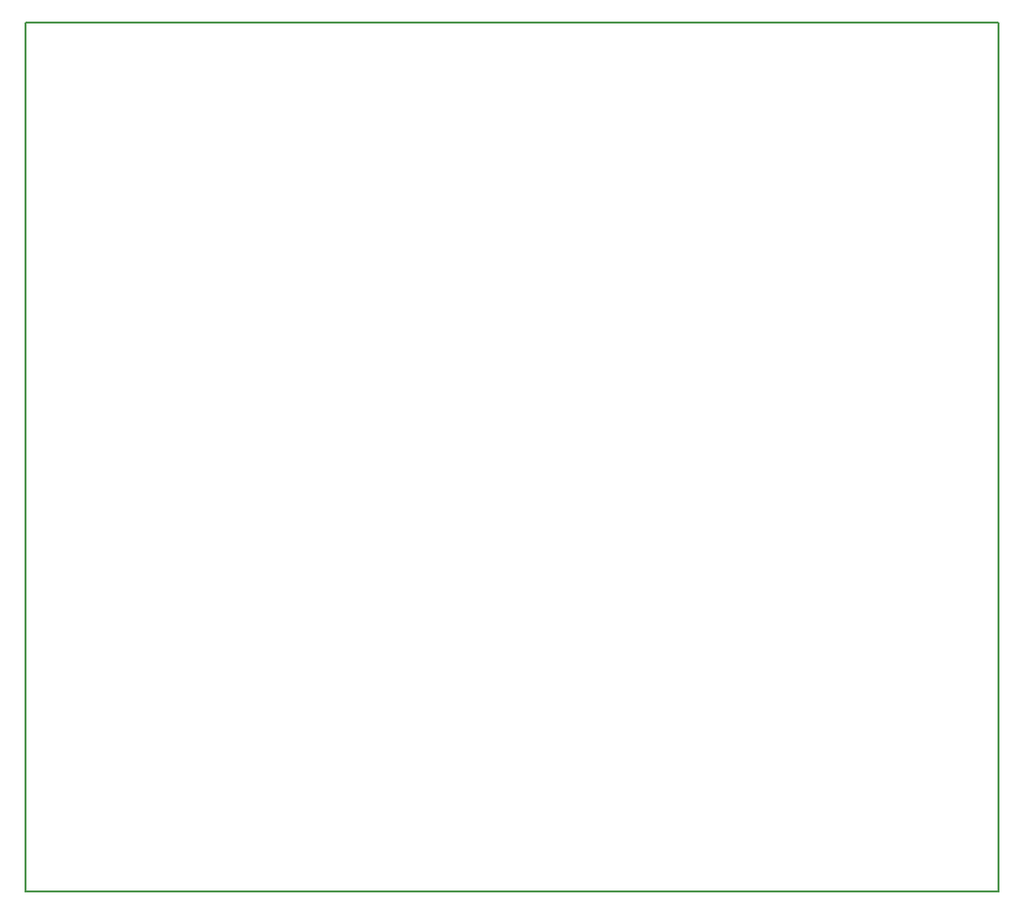
<source format=gm1>
G04*
G04 #@! TF.GenerationSoftware,Altium Limited,Altium Designer,21.9.1 (22)*
G04*
G04 Layer_Color=16711935*
%FSAX44Y44*%
%MOMM*%
G71*
G04*
G04 #@! TF.SameCoordinates,DCF355C4-2513-4F3A-AF0F-06795686F610*
G04*
G04*
G04 #@! TF.FilePolarity,Positive*
G04*
G01*
G75*
%ADD13C,0.2000*%
D13*
X00000000Y00000000D02*
X00840000D01*
Y00270000D01*
X00840000Y00750000D02*
X00840000Y00270000D01*
X00440000Y00750000D02*
X00840000D01*
X00000000D02*
X00440000D01*
X-00000000D02*
X00000000Y00000000D01*
M02*

</source>
